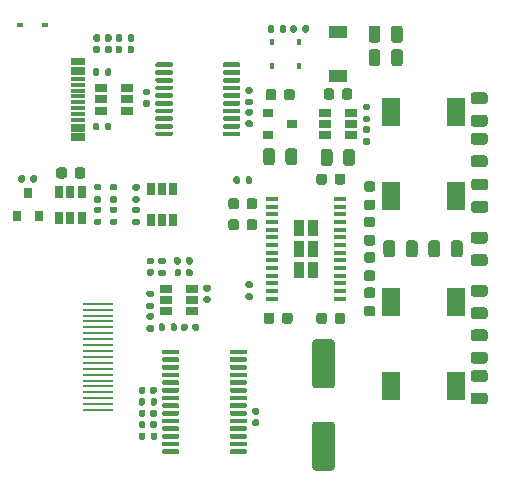
<source format=gbr>
%TF.GenerationSoftware,KiCad,Pcbnew,5.1.9-73d0e3b20d~88~ubuntu20.04.1*%
%TF.CreationDate,2021-04-24T16:50:53+02:00*%
%TF.ProjectId,elmo,656c6d6f-2e6b-4696-9361-645f70636258,v1.00*%
%TF.SameCoordinates,Original*%
%TF.FileFunction,Paste,Top*%
%TF.FilePolarity,Positive*%
%FSLAX46Y46*%
G04 Gerber Fmt 4.6, Leading zero omitted, Abs format (unit mm)*
G04 Created by KiCad (PCBNEW 5.1.9-73d0e3b20d~88~ubuntu20.04.1) date 2021-04-24 16:50:53*
%MOMM*%
%LPD*%
G01*
G04 APERTURE LIST*
%ADD10R,1.600000X1.000000*%
%ADD11R,2.600000X0.280000*%
%ADD12R,1.150000X0.300000*%
%ADD13R,1.060000X0.650000*%
%ADD14R,0.900000X0.800000*%
%ADD15R,0.700000X1.000000*%
%ADD16R,0.800000X0.900000*%
%ADD17R,0.450000X0.600000*%
%ADD18R,0.650000X1.060000*%
%ADD19R,1.100000X0.400000*%
%ADD20R,0.900000X1.400000*%
%ADD21R,1.500000X2.400000*%
%ADD22R,0.600000X0.450000*%
G04 APERTURE END LIST*
D10*
%TO.C,L5*%
X153500000Y-81650000D03*
X153500000Y-85350000D03*
%TD*%
D11*
%TO.C,J1*%
X133220000Y-113650000D03*
X133220000Y-113150000D03*
X133220000Y-112650000D03*
X133220000Y-112150000D03*
X133220000Y-111650000D03*
X133220000Y-111150000D03*
X133220000Y-110650000D03*
X133220000Y-110150000D03*
X133220000Y-109650000D03*
X133220000Y-109150000D03*
X133220000Y-108650000D03*
X133220000Y-108150000D03*
X133220000Y-107650000D03*
X133220000Y-107150000D03*
X133220000Y-106650000D03*
X133220000Y-106150000D03*
X133220000Y-105650000D03*
X133220000Y-105150000D03*
X133220000Y-104650000D03*
%TD*%
D12*
%TO.C,J2*%
X131490000Y-90400000D03*
X131490000Y-89600000D03*
X131490000Y-89100000D03*
X131490000Y-88600000D03*
X131490000Y-88100000D03*
X131490000Y-87600000D03*
X131490000Y-87100000D03*
X131490000Y-86600000D03*
X131490000Y-86100000D03*
X131490000Y-85600000D03*
X131490000Y-84800000D03*
X131490000Y-84000000D03*
X131490000Y-84300000D03*
X131490000Y-85100000D03*
X131490000Y-89900000D03*
X131490000Y-90700000D03*
%TD*%
%TO.C,R9*%
G36*
G01*
X134315000Y-95540000D02*
X134685000Y-95540000D01*
G75*
G02*
X134820000Y-95675000I0J-135000D01*
G01*
X134820000Y-95945000D01*
G75*
G02*
X134685000Y-96080000I-135000J0D01*
G01*
X134315000Y-96080000D01*
G75*
G02*
X134180000Y-95945000I0J135000D01*
G01*
X134180000Y-95675000D01*
G75*
G02*
X134315000Y-95540000I135000J0D01*
G01*
G37*
G36*
G01*
X134315000Y-94520000D02*
X134685000Y-94520000D01*
G75*
G02*
X134820000Y-94655000I0J-135000D01*
G01*
X134820000Y-94925000D01*
G75*
G02*
X134685000Y-95060000I-135000J0D01*
G01*
X134315000Y-95060000D01*
G75*
G02*
X134180000Y-94925000I0J135000D01*
G01*
X134180000Y-94655000D01*
G75*
G02*
X134315000Y-94520000I135000J0D01*
G01*
G37*
%TD*%
D13*
%TO.C,U6*%
X152400000Y-88500000D03*
X152400000Y-89450000D03*
X152400000Y-90400000D03*
X154600000Y-90400000D03*
X154600000Y-88500000D03*
X154600000Y-89450000D03*
%TD*%
%TO.C,C26*%
G36*
G01*
X153175000Y-86650000D02*
X153175000Y-87150000D01*
G75*
G02*
X152950000Y-87375000I-225000J0D01*
G01*
X152500000Y-87375000D01*
G75*
G02*
X152275000Y-87150000I0J225000D01*
G01*
X152275000Y-86650000D01*
G75*
G02*
X152500000Y-86425000I225000J0D01*
G01*
X152950000Y-86425000D01*
G75*
G02*
X153175000Y-86650000I0J-225000D01*
G01*
G37*
G36*
G01*
X154725000Y-86650000D02*
X154725000Y-87150000D01*
G75*
G02*
X154500000Y-87375000I-225000J0D01*
G01*
X154050000Y-87375000D01*
G75*
G02*
X153825000Y-87150000I0J225000D01*
G01*
X153825000Y-86650000D01*
G75*
G02*
X154050000Y-86425000I225000J0D01*
G01*
X154500000Y-86425000D01*
G75*
G02*
X154725000Y-86650000I0J-225000D01*
G01*
G37*
%TD*%
D14*
%TO.C,U4*%
X147600000Y-88500000D03*
X147600000Y-90400000D03*
X149600000Y-89450000D03*
%TD*%
%TO.C,C16*%
G36*
G01*
X149050000Y-92675000D02*
X149050000Y-91725000D01*
G75*
G02*
X149300000Y-91475000I250000J0D01*
G01*
X149800000Y-91475000D01*
G75*
G02*
X150050000Y-91725000I0J-250000D01*
G01*
X150050000Y-92675000D01*
G75*
G02*
X149800000Y-92925000I-250000J0D01*
G01*
X149300000Y-92925000D01*
G75*
G02*
X149050000Y-92675000I0J250000D01*
G01*
G37*
G36*
G01*
X147150000Y-92675000D02*
X147150000Y-91725000D01*
G75*
G02*
X147400000Y-91475000I250000J0D01*
G01*
X147900000Y-91475000D01*
G75*
G02*
X148150000Y-91725000I0J-250000D01*
G01*
X148150000Y-92675000D01*
G75*
G02*
X147900000Y-92925000I-250000J0D01*
G01*
X147400000Y-92925000D01*
G75*
G02*
X147150000Y-92675000I0J250000D01*
G01*
G37*
%TD*%
%TO.C,C28*%
G36*
G01*
X156090000Y-84295000D02*
X156090000Y-83345000D01*
G75*
G02*
X156340000Y-83095000I250000J0D01*
G01*
X156840000Y-83095000D01*
G75*
G02*
X157090000Y-83345000I0J-250000D01*
G01*
X157090000Y-84295000D01*
G75*
G02*
X156840000Y-84545000I-250000J0D01*
G01*
X156340000Y-84545000D01*
G75*
G02*
X156090000Y-84295000I0J250000D01*
G01*
G37*
G36*
G01*
X157990000Y-84295000D02*
X157990000Y-83345000D01*
G75*
G02*
X158240000Y-83095000I250000J0D01*
G01*
X158740000Y-83095000D01*
G75*
G02*
X158990000Y-83345000I0J-250000D01*
G01*
X158990000Y-84295000D01*
G75*
G02*
X158740000Y-84545000I-250000J0D01*
G01*
X158240000Y-84545000D01*
G75*
G02*
X157990000Y-84295000I0J250000D01*
G01*
G37*
%TD*%
%TO.C,R2*%
G36*
G01*
X134310000Y-89465000D02*
X134310000Y-89835000D01*
G75*
G02*
X134175000Y-89970000I-135000J0D01*
G01*
X133905000Y-89970000D01*
G75*
G02*
X133770000Y-89835000I0J135000D01*
G01*
X133770000Y-89465000D01*
G75*
G02*
X133905000Y-89330000I135000J0D01*
G01*
X134175000Y-89330000D01*
G75*
G02*
X134310000Y-89465000I0J-135000D01*
G01*
G37*
G36*
G01*
X133290000Y-89465000D02*
X133290000Y-89835000D01*
G75*
G02*
X133155000Y-89970000I-135000J0D01*
G01*
X132885000Y-89970000D01*
G75*
G02*
X132750000Y-89835000I0J135000D01*
G01*
X132750000Y-89465000D01*
G75*
G02*
X132885000Y-89330000I135000J0D01*
G01*
X133155000Y-89330000D01*
G75*
G02*
X133290000Y-89465000I0J-135000D01*
G01*
G37*
%TD*%
%TO.C,R10*%
G36*
G01*
X126440000Y-94265000D02*
X126440000Y-93895000D01*
G75*
G02*
X126575000Y-93760000I135000J0D01*
G01*
X126845000Y-93760000D01*
G75*
G02*
X126980000Y-93895000I0J-135000D01*
G01*
X126980000Y-94265000D01*
G75*
G02*
X126845000Y-94400000I-135000J0D01*
G01*
X126575000Y-94400000D01*
G75*
G02*
X126440000Y-94265000I0J135000D01*
G01*
G37*
G36*
G01*
X127460000Y-94265000D02*
X127460000Y-93895000D01*
G75*
G02*
X127595000Y-93760000I135000J0D01*
G01*
X127865000Y-93760000D01*
G75*
G02*
X128000000Y-93895000I0J-135000D01*
G01*
X128000000Y-94265000D01*
G75*
G02*
X127865000Y-94400000I-135000J0D01*
G01*
X127595000Y-94400000D01*
G75*
G02*
X127460000Y-94265000I0J135000D01*
G01*
G37*
%TD*%
%TO.C,C1*%
G36*
G01*
X156425000Y-96725000D02*
X155925000Y-96725000D01*
G75*
G02*
X155700000Y-96500000I0J225000D01*
G01*
X155700000Y-96050000D01*
G75*
G02*
X155925000Y-95825000I225000J0D01*
G01*
X156425000Y-95825000D01*
G75*
G02*
X156650000Y-96050000I0J-225000D01*
G01*
X156650000Y-96500000D01*
G75*
G02*
X156425000Y-96725000I-225000J0D01*
G01*
G37*
G36*
G01*
X156425000Y-95175000D02*
X155925000Y-95175000D01*
G75*
G02*
X155700000Y-94950000I0J225000D01*
G01*
X155700000Y-94500000D01*
G75*
G02*
X155925000Y-94275000I225000J0D01*
G01*
X156425000Y-94275000D01*
G75*
G02*
X156650000Y-94500000I0J-225000D01*
G01*
X156650000Y-94950000D01*
G75*
G02*
X156425000Y-95175000I-225000J0D01*
G01*
G37*
%TD*%
%TO.C,C2*%
G36*
G01*
X155925000Y-104825000D02*
X156425000Y-104825000D01*
G75*
G02*
X156650000Y-105050000I0J-225000D01*
G01*
X156650000Y-105500000D01*
G75*
G02*
X156425000Y-105725000I-225000J0D01*
G01*
X155925000Y-105725000D01*
G75*
G02*
X155700000Y-105500000I0J225000D01*
G01*
X155700000Y-105050000D01*
G75*
G02*
X155925000Y-104825000I225000J0D01*
G01*
G37*
G36*
G01*
X155925000Y-103275000D02*
X156425000Y-103275000D01*
G75*
G02*
X156650000Y-103500000I0J-225000D01*
G01*
X156650000Y-103950000D01*
G75*
G02*
X156425000Y-104175000I-225000J0D01*
G01*
X155925000Y-104175000D01*
G75*
G02*
X155700000Y-103950000I0J225000D01*
G01*
X155700000Y-103500000D01*
G75*
G02*
X155925000Y-103275000I225000J0D01*
G01*
G37*
%TD*%
%TO.C,C3*%
G36*
G01*
X156425000Y-98175000D02*
X155925000Y-98175000D01*
G75*
G02*
X155700000Y-97950000I0J225000D01*
G01*
X155700000Y-97500000D01*
G75*
G02*
X155925000Y-97275000I225000J0D01*
G01*
X156425000Y-97275000D01*
G75*
G02*
X156650000Y-97500000I0J-225000D01*
G01*
X156650000Y-97950000D01*
G75*
G02*
X156425000Y-98175000I-225000J0D01*
G01*
G37*
G36*
G01*
X156425000Y-99725000D02*
X155925000Y-99725000D01*
G75*
G02*
X155700000Y-99500000I0J225000D01*
G01*
X155700000Y-99050000D01*
G75*
G02*
X155925000Y-98825000I225000J0D01*
G01*
X156425000Y-98825000D01*
G75*
G02*
X156650000Y-99050000I0J-225000D01*
G01*
X156650000Y-99500000D01*
G75*
G02*
X156425000Y-99725000I-225000J0D01*
G01*
G37*
%TD*%
%TO.C,C4*%
G36*
G01*
X155925000Y-100275000D02*
X156425000Y-100275000D01*
G75*
G02*
X156650000Y-100500000I0J-225000D01*
G01*
X156650000Y-100950000D01*
G75*
G02*
X156425000Y-101175000I-225000J0D01*
G01*
X155925000Y-101175000D01*
G75*
G02*
X155700000Y-100950000I0J225000D01*
G01*
X155700000Y-100500000D01*
G75*
G02*
X155925000Y-100275000I225000J0D01*
G01*
G37*
G36*
G01*
X155925000Y-101825000D02*
X156425000Y-101825000D01*
G75*
G02*
X156650000Y-102050000I0J-225000D01*
G01*
X156650000Y-102500000D01*
G75*
G02*
X156425000Y-102725000I-225000J0D01*
G01*
X155925000Y-102725000D01*
G75*
G02*
X155700000Y-102500000I0J225000D01*
G01*
X155700000Y-102050000D01*
G75*
G02*
X155925000Y-101825000I225000J0D01*
G01*
G37*
%TD*%
%TO.C,C5*%
G36*
G01*
X164975000Y-86750000D02*
X165925000Y-86750000D01*
G75*
G02*
X166175000Y-87000000I0J-250000D01*
G01*
X166175000Y-87500000D01*
G75*
G02*
X165925000Y-87750000I-250000J0D01*
G01*
X164975000Y-87750000D01*
G75*
G02*
X164725000Y-87500000I0J250000D01*
G01*
X164725000Y-87000000D01*
G75*
G02*
X164975000Y-86750000I250000J0D01*
G01*
G37*
G36*
G01*
X164975000Y-88650000D02*
X165925000Y-88650000D01*
G75*
G02*
X166175000Y-88900000I0J-250000D01*
G01*
X166175000Y-89400000D01*
G75*
G02*
X165925000Y-89650000I-250000J0D01*
G01*
X164975000Y-89650000D01*
G75*
G02*
X164725000Y-89400000I0J250000D01*
G01*
X164725000Y-88900000D01*
G75*
G02*
X164975000Y-88650000I250000J0D01*
G01*
G37*
%TD*%
%TO.C,C6*%
G36*
G01*
X165925000Y-91190000D02*
X164975000Y-91190000D01*
G75*
G02*
X164725000Y-90940000I0J250000D01*
G01*
X164725000Y-90440000D01*
G75*
G02*
X164975000Y-90190000I250000J0D01*
G01*
X165925000Y-90190000D01*
G75*
G02*
X166175000Y-90440000I0J-250000D01*
G01*
X166175000Y-90940000D01*
G75*
G02*
X165925000Y-91190000I-250000J0D01*
G01*
G37*
G36*
G01*
X165925000Y-93090000D02*
X164975000Y-93090000D01*
G75*
G02*
X164725000Y-92840000I0J250000D01*
G01*
X164725000Y-92340000D01*
G75*
G02*
X164975000Y-92090000I250000J0D01*
G01*
X165925000Y-92090000D01*
G75*
G02*
X166175000Y-92340000I0J-250000D01*
G01*
X166175000Y-92840000D01*
G75*
G02*
X165925000Y-93090000I-250000J0D01*
G01*
G37*
%TD*%
%TO.C,C7*%
G36*
G01*
X165925000Y-107830000D02*
X164975000Y-107830000D01*
G75*
G02*
X164725000Y-107580000I0J250000D01*
G01*
X164725000Y-107080000D01*
G75*
G02*
X164975000Y-106830000I250000J0D01*
G01*
X165925000Y-106830000D01*
G75*
G02*
X166175000Y-107080000I0J-250000D01*
G01*
X166175000Y-107580000D01*
G75*
G02*
X165925000Y-107830000I-250000J0D01*
G01*
G37*
G36*
G01*
X165925000Y-109730000D02*
X164975000Y-109730000D01*
G75*
G02*
X164725000Y-109480000I0J250000D01*
G01*
X164725000Y-108980000D01*
G75*
G02*
X164975000Y-108730000I250000J0D01*
G01*
X165925000Y-108730000D01*
G75*
G02*
X166175000Y-108980000I0J-250000D01*
G01*
X166175000Y-109480000D01*
G75*
G02*
X165925000Y-109730000I-250000J0D01*
G01*
G37*
%TD*%
%TO.C,C8*%
G36*
G01*
X164975000Y-110270000D02*
X165925000Y-110270000D01*
G75*
G02*
X166175000Y-110520000I0J-250000D01*
G01*
X166175000Y-111020000D01*
G75*
G02*
X165925000Y-111270000I-250000J0D01*
G01*
X164975000Y-111270000D01*
G75*
G02*
X164725000Y-111020000I0J250000D01*
G01*
X164725000Y-110520000D01*
G75*
G02*
X164975000Y-110270000I250000J0D01*
G01*
G37*
G36*
G01*
X164975000Y-112170000D02*
X165925000Y-112170000D01*
G75*
G02*
X166175000Y-112420000I0J-250000D01*
G01*
X166175000Y-112920000D01*
G75*
G02*
X165925000Y-113170000I-250000J0D01*
G01*
X164975000Y-113170000D01*
G75*
G02*
X164725000Y-112920000I0J250000D01*
G01*
X164725000Y-112420000D01*
G75*
G02*
X164975000Y-112170000I250000J0D01*
G01*
G37*
%TD*%
%TO.C,U2*%
G36*
G01*
X145790000Y-117075000D02*
X145790000Y-117275000D01*
G75*
G02*
X145690000Y-117375000I-100000J0D01*
G01*
X144415000Y-117375000D01*
G75*
G02*
X144315000Y-117275000I0J100000D01*
G01*
X144315000Y-117075000D01*
G75*
G02*
X144415000Y-116975000I100000J0D01*
G01*
X145690000Y-116975000D01*
G75*
G02*
X145790000Y-117075000I0J-100000D01*
G01*
G37*
G36*
G01*
X145790000Y-116425000D02*
X145790000Y-116625000D01*
G75*
G02*
X145690000Y-116725000I-100000J0D01*
G01*
X144415000Y-116725000D01*
G75*
G02*
X144315000Y-116625000I0J100000D01*
G01*
X144315000Y-116425000D01*
G75*
G02*
X144415000Y-116325000I100000J0D01*
G01*
X145690000Y-116325000D01*
G75*
G02*
X145790000Y-116425000I0J-100000D01*
G01*
G37*
G36*
G01*
X145790000Y-115775000D02*
X145790000Y-115975000D01*
G75*
G02*
X145690000Y-116075000I-100000J0D01*
G01*
X144415000Y-116075000D01*
G75*
G02*
X144315000Y-115975000I0J100000D01*
G01*
X144315000Y-115775000D01*
G75*
G02*
X144415000Y-115675000I100000J0D01*
G01*
X145690000Y-115675000D01*
G75*
G02*
X145790000Y-115775000I0J-100000D01*
G01*
G37*
G36*
G01*
X145790000Y-115125000D02*
X145790000Y-115325000D01*
G75*
G02*
X145690000Y-115425000I-100000J0D01*
G01*
X144415000Y-115425000D01*
G75*
G02*
X144315000Y-115325000I0J100000D01*
G01*
X144315000Y-115125000D01*
G75*
G02*
X144415000Y-115025000I100000J0D01*
G01*
X145690000Y-115025000D01*
G75*
G02*
X145790000Y-115125000I0J-100000D01*
G01*
G37*
G36*
G01*
X145790000Y-114475000D02*
X145790000Y-114675000D01*
G75*
G02*
X145690000Y-114775000I-100000J0D01*
G01*
X144415000Y-114775000D01*
G75*
G02*
X144315000Y-114675000I0J100000D01*
G01*
X144315000Y-114475000D01*
G75*
G02*
X144415000Y-114375000I100000J0D01*
G01*
X145690000Y-114375000D01*
G75*
G02*
X145790000Y-114475000I0J-100000D01*
G01*
G37*
G36*
G01*
X145790000Y-113825000D02*
X145790000Y-114025000D01*
G75*
G02*
X145690000Y-114125000I-100000J0D01*
G01*
X144415000Y-114125000D01*
G75*
G02*
X144315000Y-114025000I0J100000D01*
G01*
X144315000Y-113825000D01*
G75*
G02*
X144415000Y-113725000I100000J0D01*
G01*
X145690000Y-113725000D01*
G75*
G02*
X145790000Y-113825000I0J-100000D01*
G01*
G37*
G36*
G01*
X145790000Y-113175000D02*
X145790000Y-113375000D01*
G75*
G02*
X145690000Y-113475000I-100000J0D01*
G01*
X144415000Y-113475000D01*
G75*
G02*
X144315000Y-113375000I0J100000D01*
G01*
X144315000Y-113175000D01*
G75*
G02*
X144415000Y-113075000I100000J0D01*
G01*
X145690000Y-113075000D01*
G75*
G02*
X145790000Y-113175000I0J-100000D01*
G01*
G37*
G36*
G01*
X145790000Y-112525000D02*
X145790000Y-112725000D01*
G75*
G02*
X145690000Y-112825000I-100000J0D01*
G01*
X144415000Y-112825000D01*
G75*
G02*
X144315000Y-112725000I0J100000D01*
G01*
X144315000Y-112525000D01*
G75*
G02*
X144415000Y-112425000I100000J0D01*
G01*
X145690000Y-112425000D01*
G75*
G02*
X145790000Y-112525000I0J-100000D01*
G01*
G37*
G36*
G01*
X145790000Y-111875000D02*
X145790000Y-112075000D01*
G75*
G02*
X145690000Y-112175000I-100000J0D01*
G01*
X144415000Y-112175000D01*
G75*
G02*
X144315000Y-112075000I0J100000D01*
G01*
X144315000Y-111875000D01*
G75*
G02*
X144415000Y-111775000I100000J0D01*
G01*
X145690000Y-111775000D01*
G75*
G02*
X145790000Y-111875000I0J-100000D01*
G01*
G37*
G36*
G01*
X145790000Y-111225000D02*
X145790000Y-111425000D01*
G75*
G02*
X145690000Y-111525000I-100000J0D01*
G01*
X144415000Y-111525000D01*
G75*
G02*
X144315000Y-111425000I0J100000D01*
G01*
X144315000Y-111225000D01*
G75*
G02*
X144415000Y-111125000I100000J0D01*
G01*
X145690000Y-111125000D01*
G75*
G02*
X145790000Y-111225000I0J-100000D01*
G01*
G37*
G36*
G01*
X145790000Y-110575000D02*
X145790000Y-110775000D01*
G75*
G02*
X145690000Y-110875000I-100000J0D01*
G01*
X144415000Y-110875000D01*
G75*
G02*
X144315000Y-110775000I0J100000D01*
G01*
X144315000Y-110575000D01*
G75*
G02*
X144415000Y-110475000I100000J0D01*
G01*
X145690000Y-110475000D01*
G75*
G02*
X145790000Y-110575000I0J-100000D01*
G01*
G37*
G36*
G01*
X145790000Y-109925000D02*
X145790000Y-110125000D01*
G75*
G02*
X145690000Y-110225000I-100000J0D01*
G01*
X144415000Y-110225000D01*
G75*
G02*
X144315000Y-110125000I0J100000D01*
G01*
X144315000Y-109925000D01*
G75*
G02*
X144415000Y-109825000I100000J0D01*
G01*
X145690000Y-109825000D01*
G75*
G02*
X145790000Y-109925000I0J-100000D01*
G01*
G37*
G36*
G01*
X145790000Y-109275000D02*
X145790000Y-109475000D01*
G75*
G02*
X145690000Y-109575000I-100000J0D01*
G01*
X144415000Y-109575000D01*
G75*
G02*
X144315000Y-109475000I0J100000D01*
G01*
X144315000Y-109275000D01*
G75*
G02*
X144415000Y-109175000I100000J0D01*
G01*
X145690000Y-109175000D01*
G75*
G02*
X145790000Y-109275000I0J-100000D01*
G01*
G37*
G36*
G01*
X145790000Y-108625000D02*
X145790000Y-108825000D01*
G75*
G02*
X145690000Y-108925000I-100000J0D01*
G01*
X144415000Y-108925000D01*
G75*
G02*
X144315000Y-108825000I0J100000D01*
G01*
X144315000Y-108625000D01*
G75*
G02*
X144415000Y-108525000I100000J0D01*
G01*
X145690000Y-108525000D01*
G75*
G02*
X145790000Y-108625000I0J-100000D01*
G01*
G37*
G36*
G01*
X140065000Y-108625000D02*
X140065000Y-108825000D01*
G75*
G02*
X139965000Y-108925000I-100000J0D01*
G01*
X138690000Y-108925000D01*
G75*
G02*
X138590000Y-108825000I0J100000D01*
G01*
X138590000Y-108625000D01*
G75*
G02*
X138690000Y-108525000I100000J0D01*
G01*
X139965000Y-108525000D01*
G75*
G02*
X140065000Y-108625000I0J-100000D01*
G01*
G37*
G36*
G01*
X140065000Y-109275000D02*
X140065000Y-109475000D01*
G75*
G02*
X139965000Y-109575000I-100000J0D01*
G01*
X138690000Y-109575000D01*
G75*
G02*
X138590000Y-109475000I0J100000D01*
G01*
X138590000Y-109275000D01*
G75*
G02*
X138690000Y-109175000I100000J0D01*
G01*
X139965000Y-109175000D01*
G75*
G02*
X140065000Y-109275000I0J-100000D01*
G01*
G37*
G36*
G01*
X140065000Y-109925000D02*
X140065000Y-110125000D01*
G75*
G02*
X139965000Y-110225000I-100000J0D01*
G01*
X138690000Y-110225000D01*
G75*
G02*
X138590000Y-110125000I0J100000D01*
G01*
X138590000Y-109925000D01*
G75*
G02*
X138690000Y-109825000I100000J0D01*
G01*
X139965000Y-109825000D01*
G75*
G02*
X140065000Y-109925000I0J-100000D01*
G01*
G37*
G36*
G01*
X140065000Y-110575000D02*
X140065000Y-110775000D01*
G75*
G02*
X139965000Y-110875000I-100000J0D01*
G01*
X138690000Y-110875000D01*
G75*
G02*
X138590000Y-110775000I0J100000D01*
G01*
X138590000Y-110575000D01*
G75*
G02*
X138690000Y-110475000I100000J0D01*
G01*
X139965000Y-110475000D01*
G75*
G02*
X140065000Y-110575000I0J-100000D01*
G01*
G37*
G36*
G01*
X140065000Y-111225000D02*
X140065000Y-111425000D01*
G75*
G02*
X139965000Y-111525000I-100000J0D01*
G01*
X138690000Y-111525000D01*
G75*
G02*
X138590000Y-111425000I0J100000D01*
G01*
X138590000Y-111225000D01*
G75*
G02*
X138690000Y-111125000I100000J0D01*
G01*
X139965000Y-111125000D01*
G75*
G02*
X140065000Y-111225000I0J-100000D01*
G01*
G37*
G36*
G01*
X140065000Y-111875000D02*
X140065000Y-112075000D01*
G75*
G02*
X139965000Y-112175000I-100000J0D01*
G01*
X138690000Y-112175000D01*
G75*
G02*
X138590000Y-112075000I0J100000D01*
G01*
X138590000Y-111875000D01*
G75*
G02*
X138690000Y-111775000I100000J0D01*
G01*
X139965000Y-111775000D01*
G75*
G02*
X140065000Y-111875000I0J-100000D01*
G01*
G37*
G36*
G01*
X140065000Y-112525000D02*
X140065000Y-112725000D01*
G75*
G02*
X139965000Y-112825000I-100000J0D01*
G01*
X138690000Y-112825000D01*
G75*
G02*
X138590000Y-112725000I0J100000D01*
G01*
X138590000Y-112525000D01*
G75*
G02*
X138690000Y-112425000I100000J0D01*
G01*
X139965000Y-112425000D01*
G75*
G02*
X140065000Y-112525000I0J-100000D01*
G01*
G37*
G36*
G01*
X140065000Y-113175000D02*
X140065000Y-113375000D01*
G75*
G02*
X139965000Y-113475000I-100000J0D01*
G01*
X138690000Y-113475000D01*
G75*
G02*
X138590000Y-113375000I0J100000D01*
G01*
X138590000Y-113175000D01*
G75*
G02*
X138690000Y-113075000I100000J0D01*
G01*
X139965000Y-113075000D01*
G75*
G02*
X140065000Y-113175000I0J-100000D01*
G01*
G37*
G36*
G01*
X140065000Y-113825000D02*
X140065000Y-114025000D01*
G75*
G02*
X139965000Y-114125000I-100000J0D01*
G01*
X138690000Y-114125000D01*
G75*
G02*
X138590000Y-114025000I0J100000D01*
G01*
X138590000Y-113825000D01*
G75*
G02*
X138690000Y-113725000I100000J0D01*
G01*
X139965000Y-113725000D01*
G75*
G02*
X140065000Y-113825000I0J-100000D01*
G01*
G37*
G36*
G01*
X140065000Y-114475000D02*
X140065000Y-114675000D01*
G75*
G02*
X139965000Y-114775000I-100000J0D01*
G01*
X138690000Y-114775000D01*
G75*
G02*
X138590000Y-114675000I0J100000D01*
G01*
X138590000Y-114475000D01*
G75*
G02*
X138690000Y-114375000I100000J0D01*
G01*
X139965000Y-114375000D01*
G75*
G02*
X140065000Y-114475000I0J-100000D01*
G01*
G37*
G36*
G01*
X140065000Y-115125000D02*
X140065000Y-115325000D01*
G75*
G02*
X139965000Y-115425000I-100000J0D01*
G01*
X138690000Y-115425000D01*
G75*
G02*
X138590000Y-115325000I0J100000D01*
G01*
X138590000Y-115125000D01*
G75*
G02*
X138690000Y-115025000I100000J0D01*
G01*
X139965000Y-115025000D01*
G75*
G02*
X140065000Y-115125000I0J-100000D01*
G01*
G37*
G36*
G01*
X140065000Y-115775000D02*
X140065000Y-115975000D01*
G75*
G02*
X139965000Y-116075000I-100000J0D01*
G01*
X138690000Y-116075000D01*
G75*
G02*
X138590000Y-115975000I0J100000D01*
G01*
X138590000Y-115775000D01*
G75*
G02*
X138690000Y-115675000I100000J0D01*
G01*
X139965000Y-115675000D01*
G75*
G02*
X140065000Y-115775000I0J-100000D01*
G01*
G37*
G36*
G01*
X140065000Y-116425000D02*
X140065000Y-116625000D01*
G75*
G02*
X139965000Y-116725000I-100000J0D01*
G01*
X138690000Y-116725000D01*
G75*
G02*
X138590000Y-116625000I0J100000D01*
G01*
X138590000Y-116425000D01*
G75*
G02*
X138690000Y-116325000I100000J0D01*
G01*
X139965000Y-116325000D01*
G75*
G02*
X140065000Y-116425000I0J-100000D01*
G01*
G37*
G36*
G01*
X140065000Y-117075000D02*
X140065000Y-117275000D01*
G75*
G02*
X139965000Y-117375000I-100000J0D01*
G01*
X138690000Y-117375000D01*
G75*
G02*
X138590000Y-117275000I0J100000D01*
G01*
X138590000Y-117075000D01*
G75*
G02*
X138690000Y-116975000I100000J0D01*
G01*
X139965000Y-116975000D01*
G75*
G02*
X140065000Y-117075000I0J-100000D01*
G01*
G37*
%TD*%
%TO.C,U3*%
G36*
G01*
X145240000Y-90175000D02*
X145240000Y-90375000D01*
G75*
G02*
X145140000Y-90475000I-100000J0D01*
G01*
X143865000Y-90475000D01*
G75*
G02*
X143765000Y-90375000I0J100000D01*
G01*
X143765000Y-90175000D01*
G75*
G02*
X143865000Y-90075000I100000J0D01*
G01*
X145140000Y-90075000D01*
G75*
G02*
X145240000Y-90175000I0J-100000D01*
G01*
G37*
G36*
G01*
X145240000Y-89525000D02*
X145240000Y-89725000D01*
G75*
G02*
X145140000Y-89825000I-100000J0D01*
G01*
X143865000Y-89825000D01*
G75*
G02*
X143765000Y-89725000I0J100000D01*
G01*
X143765000Y-89525000D01*
G75*
G02*
X143865000Y-89425000I100000J0D01*
G01*
X145140000Y-89425000D01*
G75*
G02*
X145240000Y-89525000I0J-100000D01*
G01*
G37*
G36*
G01*
X145240000Y-88875000D02*
X145240000Y-89075000D01*
G75*
G02*
X145140000Y-89175000I-100000J0D01*
G01*
X143865000Y-89175000D01*
G75*
G02*
X143765000Y-89075000I0J100000D01*
G01*
X143765000Y-88875000D01*
G75*
G02*
X143865000Y-88775000I100000J0D01*
G01*
X145140000Y-88775000D01*
G75*
G02*
X145240000Y-88875000I0J-100000D01*
G01*
G37*
G36*
G01*
X145240000Y-88225000D02*
X145240000Y-88425000D01*
G75*
G02*
X145140000Y-88525000I-100000J0D01*
G01*
X143865000Y-88525000D01*
G75*
G02*
X143765000Y-88425000I0J100000D01*
G01*
X143765000Y-88225000D01*
G75*
G02*
X143865000Y-88125000I100000J0D01*
G01*
X145140000Y-88125000D01*
G75*
G02*
X145240000Y-88225000I0J-100000D01*
G01*
G37*
G36*
G01*
X145240000Y-87575000D02*
X145240000Y-87775000D01*
G75*
G02*
X145140000Y-87875000I-100000J0D01*
G01*
X143865000Y-87875000D01*
G75*
G02*
X143765000Y-87775000I0J100000D01*
G01*
X143765000Y-87575000D01*
G75*
G02*
X143865000Y-87475000I100000J0D01*
G01*
X145140000Y-87475000D01*
G75*
G02*
X145240000Y-87575000I0J-100000D01*
G01*
G37*
G36*
G01*
X145240000Y-86925000D02*
X145240000Y-87125000D01*
G75*
G02*
X145140000Y-87225000I-100000J0D01*
G01*
X143865000Y-87225000D01*
G75*
G02*
X143765000Y-87125000I0J100000D01*
G01*
X143765000Y-86925000D01*
G75*
G02*
X143865000Y-86825000I100000J0D01*
G01*
X145140000Y-86825000D01*
G75*
G02*
X145240000Y-86925000I0J-100000D01*
G01*
G37*
G36*
G01*
X145240000Y-86275000D02*
X145240000Y-86475000D01*
G75*
G02*
X145140000Y-86575000I-100000J0D01*
G01*
X143865000Y-86575000D01*
G75*
G02*
X143765000Y-86475000I0J100000D01*
G01*
X143765000Y-86275000D01*
G75*
G02*
X143865000Y-86175000I100000J0D01*
G01*
X145140000Y-86175000D01*
G75*
G02*
X145240000Y-86275000I0J-100000D01*
G01*
G37*
G36*
G01*
X145240000Y-85625000D02*
X145240000Y-85825000D01*
G75*
G02*
X145140000Y-85925000I-100000J0D01*
G01*
X143865000Y-85925000D01*
G75*
G02*
X143765000Y-85825000I0J100000D01*
G01*
X143765000Y-85625000D01*
G75*
G02*
X143865000Y-85525000I100000J0D01*
G01*
X145140000Y-85525000D01*
G75*
G02*
X145240000Y-85625000I0J-100000D01*
G01*
G37*
G36*
G01*
X145240000Y-84975000D02*
X145240000Y-85175000D01*
G75*
G02*
X145140000Y-85275000I-100000J0D01*
G01*
X143865000Y-85275000D01*
G75*
G02*
X143765000Y-85175000I0J100000D01*
G01*
X143765000Y-84975000D01*
G75*
G02*
X143865000Y-84875000I100000J0D01*
G01*
X145140000Y-84875000D01*
G75*
G02*
X145240000Y-84975000I0J-100000D01*
G01*
G37*
G36*
G01*
X145240000Y-84325000D02*
X145240000Y-84525000D01*
G75*
G02*
X145140000Y-84625000I-100000J0D01*
G01*
X143865000Y-84625000D01*
G75*
G02*
X143765000Y-84525000I0J100000D01*
G01*
X143765000Y-84325000D01*
G75*
G02*
X143865000Y-84225000I100000J0D01*
G01*
X145140000Y-84225000D01*
G75*
G02*
X145240000Y-84325000I0J-100000D01*
G01*
G37*
G36*
G01*
X139515000Y-84325000D02*
X139515000Y-84525000D01*
G75*
G02*
X139415000Y-84625000I-100000J0D01*
G01*
X138140000Y-84625000D01*
G75*
G02*
X138040000Y-84525000I0J100000D01*
G01*
X138040000Y-84325000D01*
G75*
G02*
X138140000Y-84225000I100000J0D01*
G01*
X139415000Y-84225000D01*
G75*
G02*
X139515000Y-84325000I0J-100000D01*
G01*
G37*
G36*
G01*
X139515000Y-84975000D02*
X139515000Y-85175000D01*
G75*
G02*
X139415000Y-85275000I-100000J0D01*
G01*
X138140000Y-85275000D01*
G75*
G02*
X138040000Y-85175000I0J100000D01*
G01*
X138040000Y-84975000D01*
G75*
G02*
X138140000Y-84875000I100000J0D01*
G01*
X139415000Y-84875000D01*
G75*
G02*
X139515000Y-84975000I0J-100000D01*
G01*
G37*
G36*
G01*
X139515000Y-85625000D02*
X139515000Y-85825000D01*
G75*
G02*
X139415000Y-85925000I-100000J0D01*
G01*
X138140000Y-85925000D01*
G75*
G02*
X138040000Y-85825000I0J100000D01*
G01*
X138040000Y-85625000D01*
G75*
G02*
X138140000Y-85525000I100000J0D01*
G01*
X139415000Y-85525000D01*
G75*
G02*
X139515000Y-85625000I0J-100000D01*
G01*
G37*
G36*
G01*
X139515000Y-86275000D02*
X139515000Y-86475000D01*
G75*
G02*
X139415000Y-86575000I-100000J0D01*
G01*
X138140000Y-86575000D01*
G75*
G02*
X138040000Y-86475000I0J100000D01*
G01*
X138040000Y-86275000D01*
G75*
G02*
X138140000Y-86175000I100000J0D01*
G01*
X139415000Y-86175000D01*
G75*
G02*
X139515000Y-86275000I0J-100000D01*
G01*
G37*
G36*
G01*
X139515000Y-86925000D02*
X139515000Y-87125000D01*
G75*
G02*
X139415000Y-87225000I-100000J0D01*
G01*
X138140000Y-87225000D01*
G75*
G02*
X138040000Y-87125000I0J100000D01*
G01*
X138040000Y-86925000D01*
G75*
G02*
X138140000Y-86825000I100000J0D01*
G01*
X139415000Y-86825000D01*
G75*
G02*
X139515000Y-86925000I0J-100000D01*
G01*
G37*
G36*
G01*
X139515000Y-87575000D02*
X139515000Y-87775000D01*
G75*
G02*
X139415000Y-87875000I-100000J0D01*
G01*
X138140000Y-87875000D01*
G75*
G02*
X138040000Y-87775000I0J100000D01*
G01*
X138040000Y-87575000D01*
G75*
G02*
X138140000Y-87475000I100000J0D01*
G01*
X139415000Y-87475000D01*
G75*
G02*
X139515000Y-87575000I0J-100000D01*
G01*
G37*
G36*
G01*
X139515000Y-88225000D02*
X139515000Y-88425000D01*
G75*
G02*
X139415000Y-88525000I-100000J0D01*
G01*
X138140000Y-88525000D01*
G75*
G02*
X138040000Y-88425000I0J100000D01*
G01*
X138040000Y-88225000D01*
G75*
G02*
X138140000Y-88125000I100000J0D01*
G01*
X139415000Y-88125000D01*
G75*
G02*
X139515000Y-88225000I0J-100000D01*
G01*
G37*
G36*
G01*
X139515000Y-88875000D02*
X139515000Y-89075000D01*
G75*
G02*
X139415000Y-89175000I-100000J0D01*
G01*
X138140000Y-89175000D01*
G75*
G02*
X138040000Y-89075000I0J100000D01*
G01*
X138040000Y-88875000D01*
G75*
G02*
X138140000Y-88775000I100000J0D01*
G01*
X139415000Y-88775000D01*
G75*
G02*
X139515000Y-88875000I0J-100000D01*
G01*
G37*
G36*
G01*
X139515000Y-89525000D02*
X139515000Y-89725000D01*
G75*
G02*
X139415000Y-89825000I-100000J0D01*
G01*
X138140000Y-89825000D01*
G75*
G02*
X138040000Y-89725000I0J100000D01*
G01*
X138040000Y-89525000D01*
G75*
G02*
X138140000Y-89425000I100000J0D01*
G01*
X139415000Y-89425000D01*
G75*
G02*
X139515000Y-89525000I0J-100000D01*
G01*
G37*
G36*
G01*
X139515000Y-90175000D02*
X139515000Y-90375000D01*
G75*
G02*
X139415000Y-90475000I-100000J0D01*
G01*
X138140000Y-90475000D01*
G75*
G02*
X138040000Y-90375000I0J100000D01*
G01*
X138040000Y-90175000D01*
G75*
G02*
X138140000Y-90075000I100000J0D01*
G01*
X139415000Y-90075000D01*
G75*
G02*
X139515000Y-90175000I0J-100000D01*
G01*
G37*
%TD*%
%TO.C,C9*%
G36*
G01*
X154112500Y-93855000D02*
X154112500Y-94355000D01*
G75*
G02*
X153887500Y-94580000I-225000J0D01*
G01*
X153437500Y-94580000D01*
G75*
G02*
X153212500Y-94355000I0J225000D01*
G01*
X153212500Y-93855000D01*
G75*
G02*
X153437500Y-93630000I225000J0D01*
G01*
X153887500Y-93630000D01*
G75*
G02*
X154112500Y-93855000I0J-225000D01*
G01*
G37*
G36*
G01*
X152562500Y-93855000D02*
X152562500Y-94355000D01*
G75*
G02*
X152337500Y-94580000I-225000J0D01*
G01*
X151887500Y-94580000D01*
G75*
G02*
X151662500Y-94355000I0J225000D01*
G01*
X151662500Y-93855000D01*
G75*
G02*
X151887500Y-93630000I225000J0D01*
G01*
X152337500Y-93630000D01*
G75*
G02*
X152562500Y-93855000I0J-225000D01*
G01*
G37*
%TD*%
%TO.C,C10*%
G36*
G01*
X152562500Y-105645000D02*
X152562500Y-106145000D01*
G75*
G02*
X152337500Y-106370000I-225000J0D01*
G01*
X151887500Y-106370000D01*
G75*
G02*
X151662500Y-106145000I0J225000D01*
G01*
X151662500Y-105645000D01*
G75*
G02*
X151887500Y-105420000I225000J0D01*
G01*
X152337500Y-105420000D01*
G75*
G02*
X152562500Y-105645000I0J-225000D01*
G01*
G37*
G36*
G01*
X154112500Y-105645000D02*
X154112500Y-106145000D01*
G75*
G02*
X153887500Y-106370000I-225000J0D01*
G01*
X153437500Y-106370000D01*
G75*
G02*
X153212500Y-106145000I0J225000D01*
G01*
X153212500Y-105645000D01*
G75*
G02*
X153437500Y-105420000I225000J0D01*
G01*
X153887500Y-105420000D01*
G75*
G02*
X154112500Y-105645000I0J-225000D01*
G01*
G37*
%TD*%
%TO.C,C11*%
G36*
G01*
X164050000Y-99525000D02*
X164050000Y-100475000D01*
G75*
G02*
X163800000Y-100725000I-250000J0D01*
G01*
X163300000Y-100725000D01*
G75*
G02*
X163050000Y-100475000I0J250000D01*
G01*
X163050000Y-99525000D01*
G75*
G02*
X163300000Y-99275000I250000J0D01*
G01*
X163800000Y-99275000D01*
G75*
G02*
X164050000Y-99525000I0J-250000D01*
G01*
G37*
G36*
G01*
X162150000Y-99525000D02*
X162150000Y-100475000D01*
G75*
G02*
X161900000Y-100725000I-250000J0D01*
G01*
X161400000Y-100725000D01*
G75*
G02*
X161150000Y-100475000I0J250000D01*
G01*
X161150000Y-99525000D01*
G75*
G02*
X161400000Y-99275000I250000J0D01*
G01*
X161900000Y-99275000D01*
G75*
G02*
X162150000Y-99525000I0J-250000D01*
G01*
G37*
%TD*%
%TO.C,C12*%
G36*
G01*
X158350000Y-99525000D02*
X158350000Y-100475000D01*
G75*
G02*
X158100000Y-100725000I-250000J0D01*
G01*
X157600000Y-100725000D01*
G75*
G02*
X157350000Y-100475000I0J250000D01*
G01*
X157350000Y-99525000D01*
G75*
G02*
X157600000Y-99275000I250000J0D01*
G01*
X158100000Y-99275000D01*
G75*
G02*
X158350000Y-99525000I0J-250000D01*
G01*
G37*
G36*
G01*
X160250000Y-99525000D02*
X160250000Y-100475000D01*
G75*
G02*
X160000000Y-100725000I-250000J0D01*
G01*
X159500000Y-100725000D01*
G75*
G02*
X159250000Y-100475000I0J250000D01*
G01*
X159250000Y-99525000D01*
G75*
G02*
X159500000Y-99275000I250000J0D01*
G01*
X160000000Y-99275000D01*
G75*
G02*
X160250000Y-99525000I0J-250000D01*
G01*
G37*
%TD*%
D15*
%TO.C,Q2*%
X138620000Y-97550000D03*
X139570000Y-97550000D03*
X137670000Y-97550000D03*
X137670000Y-94950000D03*
X138620000Y-94950000D03*
X139570000Y-94950000D03*
%TD*%
D13*
%TO.C,U5*%
X138900000Y-103370000D03*
X138900000Y-104320000D03*
X138900000Y-105270000D03*
X141100000Y-105270000D03*
X141100000Y-103370000D03*
X141100000Y-104320000D03*
%TD*%
D16*
%TO.C,Q1*%
X126300000Y-97260000D03*
X128200000Y-97260000D03*
X127250000Y-95260000D03*
%TD*%
%TO.C,C17*%
G36*
G01*
X137430000Y-101720000D02*
X137770000Y-101720000D01*
G75*
G02*
X137910000Y-101860000I0J-140000D01*
G01*
X137910000Y-102140000D01*
G75*
G02*
X137770000Y-102280000I-140000J0D01*
G01*
X137430000Y-102280000D01*
G75*
G02*
X137290000Y-102140000I0J140000D01*
G01*
X137290000Y-101860000D01*
G75*
G02*
X137430000Y-101720000I140000J0D01*
G01*
G37*
G36*
G01*
X137430000Y-100760000D02*
X137770000Y-100760000D01*
G75*
G02*
X137910000Y-100900000I0J-140000D01*
G01*
X137910000Y-101180000D01*
G75*
G02*
X137770000Y-101320000I-140000J0D01*
G01*
X137430000Y-101320000D01*
G75*
G02*
X137290000Y-101180000I0J140000D01*
G01*
X137290000Y-100900000D01*
G75*
G02*
X137430000Y-100760000I140000J0D01*
G01*
G37*
%TD*%
%TO.C,C18*%
G36*
G01*
X141180000Y-101850000D02*
X141180000Y-102190000D01*
G75*
G02*
X141040000Y-102330000I-140000J0D01*
G01*
X140760000Y-102330000D01*
G75*
G02*
X140620000Y-102190000I0J140000D01*
G01*
X140620000Y-101850000D01*
G75*
G02*
X140760000Y-101710000I140000J0D01*
G01*
X141040000Y-101710000D01*
G75*
G02*
X141180000Y-101850000I0J-140000D01*
G01*
G37*
G36*
G01*
X140220000Y-101850000D02*
X140220000Y-102190000D01*
G75*
G02*
X140080000Y-102330000I-140000J0D01*
G01*
X139800000Y-102330000D01*
G75*
G02*
X139660000Y-102190000I0J140000D01*
G01*
X139660000Y-101850000D01*
G75*
G02*
X139800000Y-101710000I140000J0D01*
G01*
X140080000Y-101710000D01*
G75*
G02*
X140220000Y-101850000I0J-140000D01*
G01*
G37*
%TD*%
%TO.C,R1*%
G36*
G01*
X133290000Y-84865000D02*
X133290000Y-85235000D01*
G75*
G02*
X133155000Y-85370000I-135000J0D01*
G01*
X132885000Y-85370000D01*
G75*
G02*
X132750000Y-85235000I0J135000D01*
G01*
X132750000Y-84865000D01*
G75*
G02*
X132885000Y-84730000I135000J0D01*
G01*
X133155000Y-84730000D01*
G75*
G02*
X133290000Y-84865000I0J-135000D01*
G01*
G37*
G36*
G01*
X134310000Y-84865000D02*
X134310000Y-85235000D01*
G75*
G02*
X134175000Y-85370000I-135000J0D01*
G01*
X133905000Y-85370000D01*
G75*
G02*
X133770000Y-85235000I0J135000D01*
G01*
X133770000Y-84865000D01*
G75*
G02*
X133905000Y-84730000I135000J0D01*
G01*
X134175000Y-84730000D01*
G75*
G02*
X134310000Y-84865000I0J-135000D01*
G01*
G37*
%TD*%
%TO.C,R3*%
G36*
G01*
X137415000Y-104560000D02*
X137785000Y-104560000D01*
G75*
G02*
X137920000Y-104695000I0J-135000D01*
G01*
X137920000Y-104965000D01*
G75*
G02*
X137785000Y-105100000I-135000J0D01*
G01*
X137415000Y-105100000D01*
G75*
G02*
X137280000Y-104965000I0J135000D01*
G01*
X137280000Y-104695000D01*
G75*
G02*
X137415000Y-104560000I135000J0D01*
G01*
G37*
G36*
G01*
X137415000Y-103540000D02*
X137785000Y-103540000D01*
G75*
G02*
X137920000Y-103675000I0J-135000D01*
G01*
X137920000Y-103945000D01*
G75*
G02*
X137785000Y-104080000I-135000J0D01*
G01*
X137415000Y-104080000D01*
G75*
G02*
X137280000Y-103945000I0J135000D01*
G01*
X137280000Y-103675000D01*
G75*
G02*
X137415000Y-103540000I135000J0D01*
G01*
G37*
%TD*%
%TO.C,R4*%
G36*
G01*
X138785000Y-102300000D02*
X138415000Y-102300000D01*
G75*
G02*
X138280000Y-102165000I0J135000D01*
G01*
X138280000Y-101895000D01*
G75*
G02*
X138415000Y-101760000I135000J0D01*
G01*
X138785000Y-101760000D01*
G75*
G02*
X138920000Y-101895000I0J-135000D01*
G01*
X138920000Y-102165000D01*
G75*
G02*
X138785000Y-102300000I-135000J0D01*
G01*
G37*
G36*
G01*
X138785000Y-101280000D02*
X138415000Y-101280000D01*
G75*
G02*
X138280000Y-101145000I0J135000D01*
G01*
X138280000Y-100875000D01*
G75*
G02*
X138415000Y-100740000I135000J0D01*
G01*
X138785000Y-100740000D01*
G75*
G02*
X138920000Y-100875000I0J-135000D01*
G01*
X138920000Y-101145000D01*
G75*
G02*
X138785000Y-101280000I-135000J0D01*
G01*
G37*
%TD*%
%TO.C,R5*%
G36*
G01*
X140170000Y-100835000D02*
X140170000Y-101205000D01*
G75*
G02*
X140035000Y-101340000I-135000J0D01*
G01*
X139765000Y-101340000D01*
G75*
G02*
X139630000Y-101205000I0J135000D01*
G01*
X139630000Y-100835000D01*
G75*
G02*
X139765000Y-100700000I135000J0D01*
G01*
X140035000Y-100700000D01*
G75*
G02*
X140170000Y-100835000I0J-135000D01*
G01*
G37*
G36*
G01*
X141190000Y-100835000D02*
X141190000Y-101205000D01*
G75*
G02*
X141055000Y-101340000I-135000J0D01*
G01*
X140785000Y-101340000D01*
G75*
G02*
X140650000Y-101205000I0J135000D01*
G01*
X140650000Y-100835000D01*
G75*
G02*
X140785000Y-100700000I135000J0D01*
G01*
X141055000Y-100700000D01*
G75*
G02*
X141190000Y-100835000I0J-135000D01*
G01*
G37*
%TD*%
%TO.C,R6*%
G36*
G01*
X139870000Y-106455000D02*
X139870000Y-106825000D01*
G75*
G02*
X139735000Y-106960000I-135000J0D01*
G01*
X139465000Y-106960000D01*
G75*
G02*
X139330000Y-106825000I0J135000D01*
G01*
X139330000Y-106455000D01*
G75*
G02*
X139465000Y-106320000I135000J0D01*
G01*
X139735000Y-106320000D01*
G75*
G02*
X139870000Y-106455000I0J-135000D01*
G01*
G37*
G36*
G01*
X138850000Y-106455000D02*
X138850000Y-106825000D01*
G75*
G02*
X138715000Y-106960000I-135000J0D01*
G01*
X138445000Y-106960000D01*
G75*
G02*
X138310000Y-106825000I0J135000D01*
G01*
X138310000Y-106455000D01*
G75*
G02*
X138445000Y-106320000I135000J0D01*
G01*
X138715000Y-106320000D01*
G75*
G02*
X138850000Y-106455000I0J-135000D01*
G01*
G37*
%TD*%
%TO.C,R7*%
G36*
G01*
X137785000Y-105990000D02*
X137415000Y-105990000D01*
G75*
G02*
X137280000Y-105855000I0J135000D01*
G01*
X137280000Y-105585000D01*
G75*
G02*
X137415000Y-105450000I135000J0D01*
G01*
X137785000Y-105450000D01*
G75*
G02*
X137920000Y-105585000I0J-135000D01*
G01*
X137920000Y-105855000D01*
G75*
G02*
X137785000Y-105990000I-135000J0D01*
G01*
G37*
G36*
G01*
X137785000Y-107010000D02*
X137415000Y-107010000D01*
G75*
G02*
X137280000Y-106875000I0J135000D01*
G01*
X137280000Y-106605000D01*
G75*
G02*
X137415000Y-106470000I135000J0D01*
G01*
X137785000Y-106470000D01*
G75*
G02*
X137920000Y-106605000I0J-135000D01*
G01*
X137920000Y-106875000D01*
G75*
G02*
X137785000Y-107010000I-135000J0D01*
G01*
G37*
%TD*%
%TO.C,R8*%
G36*
G01*
X134315000Y-96420000D02*
X134685000Y-96420000D01*
G75*
G02*
X134820000Y-96555000I0J-135000D01*
G01*
X134820000Y-96825000D01*
G75*
G02*
X134685000Y-96960000I-135000J0D01*
G01*
X134315000Y-96960000D01*
G75*
G02*
X134180000Y-96825000I0J135000D01*
G01*
X134180000Y-96555000D01*
G75*
G02*
X134315000Y-96420000I135000J0D01*
G01*
G37*
G36*
G01*
X134315000Y-97440000D02*
X134685000Y-97440000D01*
G75*
G02*
X134820000Y-97575000I0J-135000D01*
G01*
X134820000Y-97845000D01*
G75*
G02*
X134685000Y-97980000I-135000J0D01*
G01*
X134315000Y-97980000D01*
G75*
G02*
X134180000Y-97845000I0J135000D01*
G01*
X134180000Y-97575000D01*
G75*
G02*
X134315000Y-97440000I135000J0D01*
G01*
G37*
%TD*%
%TO.C,R11*%
G36*
G01*
X133335000Y-97980000D02*
X132965000Y-97980000D01*
G75*
G02*
X132830000Y-97845000I0J135000D01*
G01*
X132830000Y-97575000D01*
G75*
G02*
X132965000Y-97440000I135000J0D01*
G01*
X133335000Y-97440000D01*
G75*
G02*
X133470000Y-97575000I0J-135000D01*
G01*
X133470000Y-97845000D01*
G75*
G02*
X133335000Y-97980000I-135000J0D01*
G01*
G37*
G36*
G01*
X133335000Y-96960000D02*
X132965000Y-96960000D01*
G75*
G02*
X132830000Y-96825000I0J135000D01*
G01*
X132830000Y-96555000D01*
G75*
G02*
X132965000Y-96420000I135000J0D01*
G01*
X133335000Y-96420000D01*
G75*
G02*
X133470000Y-96555000I0J-135000D01*
G01*
X133470000Y-96825000D01*
G75*
G02*
X133335000Y-96960000I-135000J0D01*
G01*
G37*
%TD*%
%TO.C,R12*%
G36*
G01*
X132965000Y-95540000D02*
X133335000Y-95540000D01*
G75*
G02*
X133470000Y-95675000I0J-135000D01*
G01*
X133470000Y-95945000D01*
G75*
G02*
X133335000Y-96080000I-135000J0D01*
G01*
X132965000Y-96080000D01*
G75*
G02*
X132830000Y-95945000I0J135000D01*
G01*
X132830000Y-95675000D01*
G75*
G02*
X132965000Y-95540000I135000J0D01*
G01*
G37*
G36*
G01*
X132965000Y-94520000D02*
X133335000Y-94520000D01*
G75*
G02*
X133470000Y-94655000I0J-135000D01*
G01*
X133470000Y-94925000D01*
G75*
G02*
X133335000Y-95060000I-135000J0D01*
G01*
X132965000Y-95060000D01*
G75*
G02*
X132830000Y-94925000I0J135000D01*
G01*
X132830000Y-94655000D01*
G75*
G02*
X132965000Y-94520000I135000J0D01*
G01*
G37*
%TD*%
%TO.C,R13*%
G36*
G01*
X136585000Y-96970000D02*
X136215000Y-96970000D01*
G75*
G02*
X136080000Y-96835000I0J135000D01*
G01*
X136080000Y-96565000D01*
G75*
G02*
X136215000Y-96430000I135000J0D01*
G01*
X136585000Y-96430000D01*
G75*
G02*
X136720000Y-96565000I0J-135000D01*
G01*
X136720000Y-96835000D01*
G75*
G02*
X136585000Y-96970000I-135000J0D01*
G01*
G37*
G36*
G01*
X136585000Y-97990000D02*
X136215000Y-97990000D01*
G75*
G02*
X136080000Y-97855000I0J135000D01*
G01*
X136080000Y-97585000D01*
G75*
G02*
X136215000Y-97450000I135000J0D01*
G01*
X136585000Y-97450000D01*
G75*
G02*
X136720000Y-97585000I0J-135000D01*
G01*
X136720000Y-97855000D01*
G75*
G02*
X136585000Y-97990000I-135000J0D01*
G01*
G37*
%TD*%
%TO.C,R14*%
G36*
G01*
X136215000Y-94530000D02*
X136585000Y-94530000D01*
G75*
G02*
X136720000Y-94665000I0J-135000D01*
G01*
X136720000Y-94935000D01*
G75*
G02*
X136585000Y-95070000I-135000J0D01*
G01*
X136215000Y-95070000D01*
G75*
G02*
X136080000Y-94935000I0J135000D01*
G01*
X136080000Y-94665000D01*
G75*
G02*
X136215000Y-94530000I135000J0D01*
G01*
G37*
G36*
G01*
X136215000Y-95550000D02*
X136585000Y-95550000D01*
G75*
G02*
X136720000Y-95685000I0J-135000D01*
G01*
X136720000Y-95955000D01*
G75*
G02*
X136585000Y-96090000I-135000J0D01*
G01*
X136215000Y-96090000D01*
G75*
G02*
X136080000Y-95955000I0J135000D01*
G01*
X136080000Y-95685000D01*
G75*
G02*
X136215000Y-95550000I135000J0D01*
G01*
G37*
%TD*%
%TO.C,C20*%
G36*
G01*
X145755000Y-96435000D02*
X145755000Y-95935000D01*
G75*
G02*
X145980000Y-95710000I225000J0D01*
G01*
X146430000Y-95710000D01*
G75*
G02*
X146655000Y-95935000I0J-225000D01*
G01*
X146655000Y-96435000D01*
G75*
G02*
X146430000Y-96660000I-225000J0D01*
G01*
X145980000Y-96660000D01*
G75*
G02*
X145755000Y-96435000I0J225000D01*
G01*
G37*
G36*
G01*
X144205000Y-96435000D02*
X144205000Y-95935000D01*
G75*
G02*
X144430000Y-95710000I225000J0D01*
G01*
X144880000Y-95710000D01*
G75*
G02*
X145105000Y-95935000I0J-225000D01*
G01*
X145105000Y-96435000D01*
G75*
G02*
X144880000Y-96660000I-225000J0D01*
G01*
X144430000Y-96660000D01*
G75*
G02*
X144205000Y-96435000I0J225000D01*
G01*
G37*
%TD*%
%TO.C,C21*%
G36*
G01*
X144205000Y-98210000D02*
X144205000Y-97710000D01*
G75*
G02*
X144430000Y-97485000I225000J0D01*
G01*
X144880000Y-97485000D01*
G75*
G02*
X145105000Y-97710000I0J-225000D01*
G01*
X145105000Y-98210000D01*
G75*
G02*
X144880000Y-98435000I-225000J0D01*
G01*
X144430000Y-98435000D01*
G75*
G02*
X144205000Y-98210000I0J225000D01*
G01*
G37*
G36*
G01*
X145755000Y-98210000D02*
X145755000Y-97710000D01*
G75*
G02*
X145980000Y-97485000I225000J0D01*
G01*
X146430000Y-97485000D01*
G75*
G02*
X146655000Y-97710000I0J-225000D01*
G01*
X146655000Y-98210000D01*
G75*
G02*
X146430000Y-98435000I-225000J0D01*
G01*
X145980000Y-98435000D01*
G75*
G02*
X145755000Y-98210000I0J225000D01*
G01*
G37*
%TD*%
%TO.C,C22*%
G36*
G01*
X149655000Y-105630000D02*
X149655000Y-106130000D01*
G75*
G02*
X149430000Y-106355000I-225000J0D01*
G01*
X148980000Y-106355000D01*
G75*
G02*
X148755000Y-106130000I0J225000D01*
G01*
X148755000Y-105630000D01*
G75*
G02*
X148980000Y-105405000I225000J0D01*
G01*
X149430000Y-105405000D01*
G75*
G02*
X149655000Y-105630000I0J-225000D01*
G01*
G37*
G36*
G01*
X148105000Y-105630000D02*
X148105000Y-106130000D01*
G75*
G02*
X147880000Y-106355000I-225000J0D01*
G01*
X147430000Y-106355000D01*
G75*
G02*
X147205000Y-106130000I0J225000D01*
G01*
X147205000Y-105630000D01*
G75*
G02*
X147430000Y-105405000I225000J0D01*
G01*
X147880000Y-105405000D01*
G75*
G02*
X148105000Y-105630000I0J-225000D01*
G01*
G37*
%TD*%
%TO.C,R17*%
G36*
G01*
X137650000Y-116060000D02*
X137650000Y-115690000D01*
G75*
G02*
X137785000Y-115555000I135000J0D01*
G01*
X138055000Y-115555000D01*
G75*
G02*
X138190000Y-115690000I0J-135000D01*
G01*
X138190000Y-116060000D01*
G75*
G02*
X138055000Y-116195000I-135000J0D01*
G01*
X137785000Y-116195000D01*
G75*
G02*
X137650000Y-116060000I0J135000D01*
G01*
G37*
G36*
G01*
X136630000Y-116060000D02*
X136630000Y-115690000D01*
G75*
G02*
X136765000Y-115555000I135000J0D01*
G01*
X137035000Y-115555000D01*
G75*
G02*
X137170000Y-115690000I0J-135000D01*
G01*
X137170000Y-116060000D01*
G75*
G02*
X137035000Y-116195000I-135000J0D01*
G01*
X136765000Y-116195000D01*
G75*
G02*
X136630000Y-116060000I0J135000D01*
G01*
G37*
%TD*%
%TO.C,R18*%
G36*
G01*
X136610000Y-113135000D02*
X136610000Y-112765000D01*
G75*
G02*
X136745000Y-112630000I135000J0D01*
G01*
X137015000Y-112630000D01*
G75*
G02*
X137150000Y-112765000I0J-135000D01*
G01*
X137150000Y-113135000D01*
G75*
G02*
X137015000Y-113270000I-135000J0D01*
G01*
X136745000Y-113270000D01*
G75*
G02*
X136610000Y-113135000I0J135000D01*
G01*
G37*
G36*
G01*
X137630000Y-113135000D02*
X137630000Y-112765000D01*
G75*
G02*
X137765000Y-112630000I135000J0D01*
G01*
X138035000Y-112630000D01*
G75*
G02*
X138170000Y-112765000I0J-135000D01*
G01*
X138170000Y-113135000D01*
G75*
G02*
X138035000Y-113270000I-135000J0D01*
G01*
X137765000Y-113270000D01*
G75*
G02*
X137630000Y-113135000I0J135000D01*
G01*
G37*
%TD*%
%TO.C,C19*%
G36*
G01*
X138150000Y-111805000D02*
X138150000Y-112145000D01*
G75*
G02*
X138010000Y-112285000I-140000J0D01*
G01*
X137730000Y-112285000D01*
G75*
G02*
X137590000Y-112145000I0J140000D01*
G01*
X137590000Y-111805000D01*
G75*
G02*
X137730000Y-111665000I140000J0D01*
G01*
X138010000Y-111665000D01*
G75*
G02*
X138150000Y-111805000I0J-140000D01*
G01*
G37*
G36*
G01*
X137190000Y-111805000D02*
X137190000Y-112145000D01*
G75*
G02*
X137050000Y-112285000I-140000J0D01*
G01*
X136770000Y-112285000D01*
G75*
G02*
X136630000Y-112145000I0J140000D01*
G01*
X136630000Y-111805000D01*
G75*
G02*
X136770000Y-111665000I140000J0D01*
G01*
X137050000Y-111665000D01*
G75*
G02*
X137190000Y-111805000I0J-140000D01*
G01*
G37*
%TD*%
%TO.C,C23*%
G36*
G01*
X137190000Y-113755000D02*
X137190000Y-114095000D01*
G75*
G02*
X137050000Y-114235000I-140000J0D01*
G01*
X136770000Y-114235000D01*
G75*
G02*
X136630000Y-114095000I0J140000D01*
G01*
X136630000Y-113755000D01*
G75*
G02*
X136770000Y-113615000I140000J0D01*
G01*
X137050000Y-113615000D01*
G75*
G02*
X137190000Y-113755000I0J-140000D01*
G01*
G37*
G36*
G01*
X138150000Y-113755000D02*
X138150000Y-114095000D01*
G75*
G02*
X138010000Y-114235000I-140000J0D01*
G01*
X137730000Y-114235000D01*
G75*
G02*
X137590000Y-114095000I0J140000D01*
G01*
X137590000Y-113755000D01*
G75*
G02*
X137730000Y-113615000I140000J0D01*
G01*
X138010000Y-113615000D01*
G75*
G02*
X138150000Y-113755000I0J-140000D01*
G01*
G37*
%TD*%
%TO.C,C25*%
G36*
G01*
X153940000Y-92745000D02*
X153940000Y-91795000D01*
G75*
G02*
X154190000Y-91545000I250000J0D01*
G01*
X154690000Y-91545000D01*
G75*
G02*
X154940000Y-91795000I0J-250000D01*
G01*
X154940000Y-92745000D01*
G75*
G02*
X154690000Y-92995000I-250000J0D01*
G01*
X154190000Y-92995000D01*
G75*
G02*
X153940000Y-92745000I0J250000D01*
G01*
G37*
G36*
G01*
X152040000Y-92745000D02*
X152040000Y-91795000D01*
G75*
G02*
X152290000Y-91545000I250000J0D01*
G01*
X152790000Y-91545000D01*
G75*
G02*
X153040000Y-91795000I0J-250000D01*
G01*
X153040000Y-92745000D01*
G75*
G02*
X152790000Y-92995000I-250000J0D01*
G01*
X152290000Y-92995000D01*
G75*
G02*
X152040000Y-92745000I0J250000D01*
G01*
G37*
%TD*%
D17*
%TO.C,D1*%
X150220000Y-84550000D03*
X150220000Y-82450000D03*
%TD*%
%TO.C,R20*%
G36*
G01*
X156095000Y-90160000D02*
X155725000Y-90160000D01*
G75*
G02*
X155590000Y-90025000I0J135000D01*
G01*
X155590000Y-89755000D01*
G75*
G02*
X155725000Y-89620000I135000J0D01*
G01*
X156095000Y-89620000D01*
G75*
G02*
X156230000Y-89755000I0J-135000D01*
G01*
X156230000Y-90025000D01*
G75*
G02*
X156095000Y-90160000I-135000J0D01*
G01*
G37*
G36*
G01*
X156095000Y-91180000D02*
X155725000Y-91180000D01*
G75*
G02*
X155590000Y-91045000I0J135000D01*
G01*
X155590000Y-90775000D01*
G75*
G02*
X155725000Y-90640000I135000J0D01*
G01*
X156095000Y-90640000D01*
G75*
G02*
X156230000Y-90775000I0J-135000D01*
G01*
X156230000Y-91045000D01*
G75*
G02*
X156095000Y-91180000I-135000J0D01*
G01*
G37*
%TD*%
%TO.C,R21*%
G36*
G01*
X156095000Y-89280000D02*
X155725000Y-89280000D01*
G75*
G02*
X155590000Y-89145000I0J135000D01*
G01*
X155590000Y-88875000D01*
G75*
G02*
X155725000Y-88740000I135000J0D01*
G01*
X156095000Y-88740000D01*
G75*
G02*
X156230000Y-88875000I0J-135000D01*
G01*
X156230000Y-89145000D01*
G75*
G02*
X156095000Y-89280000I-135000J0D01*
G01*
G37*
G36*
G01*
X156095000Y-88260000D02*
X155725000Y-88260000D01*
G75*
G02*
X155590000Y-88125000I0J135000D01*
G01*
X155590000Y-87855000D01*
G75*
G02*
X155725000Y-87720000I135000J0D01*
G01*
X156095000Y-87720000D01*
G75*
G02*
X156230000Y-87855000I0J-135000D01*
G01*
X156230000Y-88125000D01*
G75*
G02*
X156095000Y-88260000I-135000J0D01*
G01*
G37*
%TD*%
%TO.C,C13*%
G36*
G01*
X164975000Y-104950000D02*
X165925000Y-104950000D01*
G75*
G02*
X166175000Y-105200000I0J-250000D01*
G01*
X166175000Y-105700000D01*
G75*
G02*
X165925000Y-105950000I-250000J0D01*
G01*
X164975000Y-105950000D01*
G75*
G02*
X164725000Y-105700000I0J250000D01*
G01*
X164725000Y-105200000D01*
G75*
G02*
X164975000Y-104950000I250000J0D01*
G01*
G37*
G36*
G01*
X164975000Y-103050000D02*
X165925000Y-103050000D01*
G75*
G02*
X166175000Y-103300000I0J-250000D01*
G01*
X166175000Y-103800000D01*
G75*
G02*
X165925000Y-104050000I-250000J0D01*
G01*
X164975000Y-104050000D01*
G75*
G02*
X164725000Y-103800000I0J250000D01*
G01*
X164725000Y-103300000D01*
G75*
G02*
X164975000Y-103050000I250000J0D01*
G01*
G37*
%TD*%
%TO.C,C29*%
G36*
G01*
X165975000Y-96950000D02*
X165025000Y-96950000D01*
G75*
G02*
X164775000Y-96700000I0J250000D01*
G01*
X164775000Y-96200000D01*
G75*
G02*
X165025000Y-95950000I250000J0D01*
G01*
X165975000Y-95950000D01*
G75*
G02*
X166225000Y-96200000I0J-250000D01*
G01*
X166225000Y-96700000D01*
G75*
G02*
X165975000Y-96950000I-250000J0D01*
G01*
G37*
G36*
G01*
X165975000Y-95050000D02*
X165025000Y-95050000D01*
G75*
G02*
X164775000Y-94800000I0J250000D01*
G01*
X164775000Y-94300000D01*
G75*
G02*
X165025000Y-94050000I250000J0D01*
G01*
X165975000Y-94050000D01*
G75*
G02*
X166225000Y-94300000I0J-250000D01*
G01*
X166225000Y-94800000D01*
G75*
G02*
X165975000Y-95050000I-250000J0D01*
G01*
G37*
%TD*%
%TO.C,C30*%
G36*
G01*
X164975000Y-98550000D02*
X165925000Y-98550000D01*
G75*
G02*
X166175000Y-98800000I0J-250000D01*
G01*
X166175000Y-99300000D01*
G75*
G02*
X165925000Y-99550000I-250000J0D01*
G01*
X164975000Y-99550000D01*
G75*
G02*
X164725000Y-99300000I0J250000D01*
G01*
X164725000Y-98800000D01*
G75*
G02*
X164975000Y-98550000I250000J0D01*
G01*
G37*
G36*
G01*
X164975000Y-100450000D02*
X165925000Y-100450000D01*
G75*
G02*
X166175000Y-100700000I0J-250000D01*
G01*
X166175000Y-101200000D01*
G75*
G02*
X165925000Y-101450000I-250000J0D01*
G01*
X164975000Y-101450000D01*
G75*
G02*
X164725000Y-101200000I0J250000D01*
G01*
X164725000Y-100700000D01*
G75*
G02*
X164975000Y-100450000I250000J0D01*
G01*
G37*
%TD*%
%TO.C,C15*%
G36*
G01*
X146710000Y-114050000D02*
X146370000Y-114050000D01*
G75*
G02*
X146230000Y-113910000I0J140000D01*
G01*
X146230000Y-113630000D01*
G75*
G02*
X146370000Y-113490000I140000J0D01*
G01*
X146710000Y-113490000D01*
G75*
G02*
X146850000Y-113630000I0J-140000D01*
G01*
X146850000Y-113910000D01*
G75*
G02*
X146710000Y-114050000I-140000J0D01*
G01*
G37*
G36*
G01*
X146710000Y-115010000D02*
X146370000Y-115010000D01*
G75*
G02*
X146230000Y-114870000I0J140000D01*
G01*
X146230000Y-114590000D01*
G75*
G02*
X146370000Y-114450000I140000J0D01*
G01*
X146710000Y-114450000D01*
G75*
G02*
X146850000Y-114590000I0J-140000D01*
G01*
X146850000Y-114870000D01*
G75*
G02*
X146710000Y-115010000I-140000J0D01*
G01*
G37*
%TD*%
%TO.C,C31*%
G36*
G01*
X137460000Y-87955000D02*
X137120000Y-87955000D01*
G75*
G02*
X136980000Y-87815000I0J140000D01*
G01*
X136980000Y-87535000D01*
G75*
G02*
X137120000Y-87395000I140000J0D01*
G01*
X137460000Y-87395000D01*
G75*
G02*
X137600000Y-87535000I0J-140000D01*
G01*
X137600000Y-87815000D01*
G75*
G02*
X137460000Y-87955000I-140000J0D01*
G01*
G37*
G36*
G01*
X137460000Y-86995000D02*
X137120000Y-86995000D01*
G75*
G02*
X136980000Y-86855000I0J140000D01*
G01*
X136980000Y-86575000D01*
G75*
G02*
X137120000Y-86435000I140000J0D01*
G01*
X137460000Y-86435000D01*
G75*
G02*
X137600000Y-86575000I0J-140000D01*
G01*
X137600000Y-86855000D01*
G75*
G02*
X137460000Y-86995000I-140000J0D01*
G01*
G37*
%TD*%
%TO.C,C32*%
G36*
G01*
X137190000Y-114720000D02*
X137190000Y-115060000D01*
G75*
G02*
X137050000Y-115200000I-140000J0D01*
G01*
X136770000Y-115200000D01*
G75*
G02*
X136630000Y-115060000I0J140000D01*
G01*
X136630000Y-114720000D01*
G75*
G02*
X136770000Y-114580000I140000J0D01*
G01*
X137050000Y-114580000D01*
G75*
G02*
X137190000Y-114720000I0J-140000D01*
G01*
G37*
G36*
G01*
X138150000Y-114720000D02*
X138150000Y-115060000D01*
G75*
G02*
X138010000Y-115200000I-140000J0D01*
G01*
X137730000Y-115200000D01*
G75*
G02*
X137590000Y-115060000I0J140000D01*
G01*
X137590000Y-114720000D01*
G75*
G02*
X137730000Y-114580000I140000J0D01*
G01*
X138010000Y-114580000D01*
G75*
G02*
X138150000Y-114720000I0J-140000D01*
G01*
G37*
%TD*%
%TO.C,C33*%
G36*
G01*
X146145000Y-87835000D02*
X145805000Y-87835000D01*
G75*
G02*
X145665000Y-87695000I0J140000D01*
G01*
X145665000Y-87415000D01*
G75*
G02*
X145805000Y-87275000I140000J0D01*
G01*
X146145000Y-87275000D01*
G75*
G02*
X146285000Y-87415000I0J-140000D01*
G01*
X146285000Y-87695000D01*
G75*
G02*
X146145000Y-87835000I-140000J0D01*
G01*
G37*
G36*
G01*
X146145000Y-86875000D02*
X145805000Y-86875000D01*
G75*
G02*
X145665000Y-86735000I0J140000D01*
G01*
X145665000Y-86455000D01*
G75*
G02*
X145805000Y-86315000I140000J0D01*
G01*
X146145000Y-86315000D01*
G75*
G02*
X146285000Y-86455000I0J-140000D01*
G01*
X146285000Y-86735000D01*
G75*
G02*
X146145000Y-86875000I-140000J0D01*
G01*
G37*
%TD*%
%TO.C,C34*%
G36*
G01*
X142240000Y-103060000D02*
X142580000Y-103060000D01*
G75*
G02*
X142720000Y-103200000I0J-140000D01*
G01*
X142720000Y-103480000D01*
G75*
G02*
X142580000Y-103620000I-140000J0D01*
G01*
X142240000Y-103620000D01*
G75*
G02*
X142100000Y-103480000I0J140000D01*
G01*
X142100000Y-103200000D01*
G75*
G02*
X142240000Y-103060000I140000J0D01*
G01*
G37*
G36*
G01*
X142240000Y-104020000D02*
X142580000Y-104020000D01*
G75*
G02*
X142720000Y-104160000I0J-140000D01*
G01*
X142720000Y-104440000D01*
G75*
G02*
X142580000Y-104580000I-140000J0D01*
G01*
X142240000Y-104580000D01*
G75*
G02*
X142100000Y-104440000I0J140000D01*
G01*
X142100000Y-104160000D01*
G75*
G02*
X142240000Y-104020000I140000J0D01*
G01*
G37*
%TD*%
%TO.C,C27*%
G36*
G01*
X156090000Y-82305000D02*
X156090000Y-81355000D01*
G75*
G02*
X156340000Y-81105000I250000J0D01*
G01*
X156840000Y-81105000D01*
G75*
G02*
X157090000Y-81355000I0J-250000D01*
G01*
X157090000Y-82305000D01*
G75*
G02*
X156840000Y-82555000I-250000J0D01*
G01*
X156340000Y-82555000D01*
G75*
G02*
X156090000Y-82305000I0J250000D01*
G01*
G37*
G36*
G01*
X157990000Y-82305000D02*
X157990000Y-81355000D01*
G75*
G02*
X158240000Y-81105000I250000J0D01*
G01*
X158740000Y-81105000D01*
G75*
G02*
X158990000Y-81355000I0J-250000D01*
G01*
X158990000Y-82305000D01*
G75*
G02*
X158740000Y-82555000I-250000J0D01*
G01*
X158240000Y-82555000D01*
G75*
G02*
X157990000Y-82305000I0J250000D01*
G01*
G37*
%TD*%
D18*
%TO.C,U7*%
X130850000Y-95150000D03*
X129900000Y-95150000D03*
X131800000Y-95150000D03*
X131800000Y-97350000D03*
X130850000Y-97350000D03*
X129900000Y-97350000D03*
%TD*%
D13*
%TO.C,U8*%
X135600000Y-88300000D03*
X135600000Y-87350000D03*
X135600000Y-86400000D03*
X133400000Y-86400000D03*
X133400000Y-88300000D03*
X133400000Y-87350000D03*
%TD*%
%TO.C,C14*%
G36*
G01*
X129645000Y-93830000D02*
X129645000Y-93330000D01*
G75*
G02*
X129870000Y-93105000I225000J0D01*
G01*
X130320000Y-93105000D01*
G75*
G02*
X130545000Y-93330000I0J-225000D01*
G01*
X130545000Y-93830000D01*
G75*
G02*
X130320000Y-94055000I-225000J0D01*
G01*
X129870000Y-94055000D01*
G75*
G02*
X129645000Y-93830000I0J225000D01*
G01*
G37*
G36*
G01*
X131195000Y-93830000D02*
X131195000Y-93330000D01*
G75*
G02*
X131420000Y-93105000I225000J0D01*
G01*
X131870000Y-93105000D01*
G75*
G02*
X132095000Y-93330000I0J-225000D01*
G01*
X132095000Y-93830000D01*
G75*
G02*
X131870000Y-94055000I-225000J0D01*
G01*
X131420000Y-94055000D01*
G75*
G02*
X131195000Y-93830000I0J225000D01*
G01*
G37*
%TD*%
%TO.C,C35*%
G36*
G01*
X149825000Y-86700000D02*
X149825000Y-87200000D01*
G75*
G02*
X149600000Y-87425000I-225000J0D01*
G01*
X149150000Y-87425000D01*
G75*
G02*
X148925000Y-87200000I0J225000D01*
G01*
X148925000Y-86700000D01*
G75*
G02*
X149150000Y-86475000I225000J0D01*
G01*
X149600000Y-86475000D01*
G75*
G02*
X149825000Y-86700000I0J-225000D01*
G01*
G37*
G36*
G01*
X148275000Y-86700000D02*
X148275000Y-87200000D01*
G75*
G02*
X148050000Y-87425000I-225000J0D01*
G01*
X147600000Y-87425000D01*
G75*
G02*
X147375000Y-87200000I0J225000D01*
G01*
X147375000Y-86700000D01*
G75*
G02*
X147600000Y-86475000I225000J0D01*
G01*
X148050000Y-86475000D01*
G75*
G02*
X148275000Y-86700000I0J-225000D01*
G01*
G37*
%TD*%
%TO.C,C24*%
G36*
G01*
X145805000Y-88165000D02*
X146145000Y-88165000D01*
G75*
G02*
X146285000Y-88305000I0J-140000D01*
G01*
X146285000Y-88585000D01*
G75*
G02*
X146145000Y-88725000I-140000J0D01*
G01*
X145805000Y-88725000D01*
G75*
G02*
X145665000Y-88585000I0J140000D01*
G01*
X145665000Y-88305000D01*
G75*
G02*
X145805000Y-88165000I140000J0D01*
G01*
G37*
G36*
G01*
X145805000Y-89125000D02*
X146145000Y-89125000D01*
G75*
G02*
X146285000Y-89265000I0J-140000D01*
G01*
X146285000Y-89545000D01*
G75*
G02*
X146145000Y-89685000I-140000J0D01*
G01*
X145805000Y-89685000D01*
G75*
G02*
X145665000Y-89545000I0J140000D01*
G01*
X145665000Y-89265000D01*
G75*
G02*
X145805000Y-89125000I140000J0D01*
G01*
G37*
%TD*%
%TO.C,C36*%
G36*
G01*
X151575000Y-107675000D02*
X152975000Y-107675000D01*
G75*
G02*
X153225000Y-107925000I0J-250000D01*
G01*
X153225000Y-111575000D01*
G75*
G02*
X152975000Y-111825000I-250000J0D01*
G01*
X151575000Y-111825000D01*
G75*
G02*
X151325000Y-111575000I0J250000D01*
G01*
X151325000Y-107925000D01*
G75*
G02*
X151575000Y-107675000I250000J0D01*
G01*
G37*
G36*
G01*
X151575000Y-114625000D02*
X152975000Y-114625000D01*
G75*
G02*
X153225000Y-114875000I0J-250000D01*
G01*
X153225000Y-118525000D01*
G75*
G02*
X152975000Y-118775000I-250000J0D01*
G01*
X151575000Y-118775000D01*
G75*
G02*
X151325000Y-118525000I0J250000D01*
G01*
X151325000Y-114875000D01*
G75*
G02*
X151575000Y-114625000I250000J0D01*
G01*
G37*
%TD*%
%TO.C,D2*%
G36*
G01*
X132770000Y-82322500D02*
X132770000Y-81977500D01*
G75*
G02*
X132917500Y-81830000I147500J0D01*
G01*
X133212500Y-81830000D01*
G75*
G02*
X133360000Y-81977500I0J-147500D01*
G01*
X133360000Y-82322500D01*
G75*
G02*
X133212500Y-82470000I-147500J0D01*
G01*
X132917500Y-82470000D01*
G75*
G02*
X132770000Y-82322500I0J147500D01*
G01*
G37*
G36*
G01*
X133740000Y-82322500D02*
X133740000Y-81977500D01*
G75*
G02*
X133887500Y-81830000I147500J0D01*
G01*
X134182500Y-81830000D01*
G75*
G02*
X134330000Y-81977500I0J-147500D01*
G01*
X134330000Y-82322500D01*
G75*
G02*
X134182500Y-82470000I-147500J0D01*
G01*
X133887500Y-82470000D01*
G75*
G02*
X133740000Y-82322500I0J147500D01*
G01*
G37*
%TD*%
%TO.C,D3*%
G36*
G01*
X133740000Y-83297500D02*
X133740000Y-82952500D01*
G75*
G02*
X133887500Y-82805000I147500J0D01*
G01*
X134182500Y-82805000D01*
G75*
G02*
X134330000Y-82952500I0J-147500D01*
G01*
X134330000Y-83297500D01*
G75*
G02*
X134182500Y-83445000I-147500J0D01*
G01*
X133887500Y-83445000D01*
G75*
G02*
X133740000Y-83297500I0J147500D01*
G01*
G37*
G36*
G01*
X132770000Y-83297500D02*
X132770000Y-82952500D01*
G75*
G02*
X132917500Y-82805000I147500J0D01*
G01*
X133212500Y-82805000D01*
G75*
G02*
X133360000Y-82952500I0J-147500D01*
G01*
X133360000Y-83297500D01*
G75*
G02*
X133212500Y-83445000I-147500J0D01*
G01*
X132917500Y-83445000D01*
G75*
G02*
X132770000Y-83297500I0J147500D01*
G01*
G37*
%TD*%
%TO.C,R19*%
G36*
G01*
X136230000Y-81965000D02*
X136230000Y-82335000D01*
G75*
G02*
X136095000Y-82470000I-135000J0D01*
G01*
X135825000Y-82470000D01*
G75*
G02*
X135690000Y-82335000I0J135000D01*
G01*
X135690000Y-81965000D01*
G75*
G02*
X135825000Y-81830000I135000J0D01*
G01*
X136095000Y-81830000D01*
G75*
G02*
X136230000Y-81965000I0J-135000D01*
G01*
G37*
G36*
G01*
X135210000Y-81965000D02*
X135210000Y-82335000D01*
G75*
G02*
X135075000Y-82470000I-135000J0D01*
G01*
X134805000Y-82470000D01*
G75*
G02*
X134670000Y-82335000I0J135000D01*
G01*
X134670000Y-81965000D01*
G75*
G02*
X134805000Y-81830000I135000J0D01*
G01*
X135075000Y-81830000D01*
G75*
G02*
X135210000Y-81965000I0J-135000D01*
G01*
G37*
%TD*%
%TO.C,R22*%
G36*
G01*
X136230000Y-82940000D02*
X136230000Y-83310000D01*
G75*
G02*
X136095000Y-83445000I-135000J0D01*
G01*
X135825000Y-83445000D01*
G75*
G02*
X135690000Y-83310000I0J135000D01*
G01*
X135690000Y-82940000D01*
G75*
G02*
X135825000Y-82805000I135000J0D01*
G01*
X136095000Y-82805000D01*
G75*
G02*
X136230000Y-82940000I0J-135000D01*
G01*
G37*
G36*
G01*
X135210000Y-82940000D02*
X135210000Y-83310000D01*
G75*
G02*
X135075000Y-83445000I-135000J0D01*
G01*
X134805000Y-83445000D01*
G75*
G02*
X134670000Y-83310000I0J135000D01*
G01*
X134670000Y-82940000D01*
G75*
G02*
X134805000Y-82805000I135000J0D01*
G01*
X135075000Y-82805000D01*
G75*
G02*
X135210000Y-82940000I0J-135000D01*
G01*
G37*
%TD*%
D19*
%TO.C,U1*%
X147950000Y-95775000D03*
X147950000Y-96425000D03*
X147950000Y-97075000D03*
X147950000Y-97725000D03*
X147950000Y-98375000D03*
X147950000Y-99025000D03*
X147950000Y-99675000D03*
X147950000Y-100325000D03*
X147950000Y-100975000D03*
X147950000Y-101625000D03*
X147950000Y-102275000D03*
X147950000Y-102925000D03*
X147950000Y-103575000D03*
X147950000Y-104225000D03*
X153650000Y-104225000D03*
X153650000Y-103575000D03*
X153650000Y-102925000D03*
X153650000Y-102275000D03*
X153650000Y-101625000D03*
X153650000Y-100975000D03*
X153650000Y-100325000D03*
X153650000Y-99675000D03*
X153650000Y-99025000D03*
X153650000Y-98375000D03*
X153650000Y-97725000D03*
X153650000Y-97075000D03*
X153650000Y-96425000D03*
X153650000Y-95775000D03*
D20*
X150200000Y-98220000D03*
X151400000Y-98220000D03*
X151400000Y-100000000D03*
X150200000Y-100000000D03*
X151400000Y-101780000D03*
X150200000Y-101780000D03*
%TD*%
D21*
%TO.C,L1*%
X163450000Y-88400000D03*
X157950000Y-88400000D03*
%TD*%
%TO.C,L2*%
X157950000Y-111600000D03*
X163450000Y-111600000D03*
%TD*%
%TO.C,L3*%
X157950000Y-95500000D03*
X163450000Y-95500000D03*
%TD*%
%TO.C,L4*%
X163450000Y-104500000D03*
X157950000Y-104500000D03*
%TD*%
%TO.C,R23*%
G36*
G01*
X146165000Y-104320000D02*
X145795000Y-104320000D01*
G75*
G02*
X145660000Y-104185000I0J135000D01*
G01*
X145660000Y-103915000D01*
G75*
G02*
X145795000Y-103780000I135000J0D01*
G01*
X146165000Y-103780000D01*
G75*
G02*
X146300000Y-103915000I0J-135000D01*
G01*
X146300000Y-104185000D01*
G75*
G02*
X146165000Y-104320000I-135000J0D01*
G01*
G37*
G36*
G01*
X146165000Y-103300000D02*
X145795000Y-103300000D01*
G75*
G02*
X145660000Y-103165000I0J135000D01*
G01*
X145660000Y-102895000D01*
G75*
G02*
X145795000Y-102760000I135000J0D01*
G01*
X146165000Y-102760000D01*
G75*
G02*
X146300000Y-102895000I0J-135000D01*
G01*
X146300000Y-103165000D01*
G75*
G02*
X146165000Y-103300000I-135000J0D01*
G01*
G37*
%TD*%
%TO.C,R24*%
G36*
G01*
X150000000Y-81195000D02*
X150000000Y-81565000D01*
G75*
G02*
X149865000Y-81700000I-135000J0D01*
G01*
X149595000Y-81700000D01*
G75*
G02*
X149460000Y-81565000I0J135000D01*
G01*
X149460000Y-81195000D01*
G75*
G02*
X149595000Y-81060000I135000J0D01*
G01*
X149865000Y-81060000D01*
G75*
G02*
X150000000Y-81195000I0J-135000D01*
G01*
G37*
G36*
G01*
X151020000Y-81195000D02*
X151020000Y-81565000D01*
G75*
G02*
X150885000Y-81700000I-135000J0D01*
G01*
X150615000Y-81700000D01*
G75*
G02*
X150480000Y-81565000I0J135000D01*
G01*
X150480000Y-81195000D01*
G75*
G02*
X150615000Y-81060000I135000J0D01*
G01*
X150885000Y-81060000D01*
G75*
G02*
X151020000Y-81195000I0J-135000D01*
G01*
G37*
%TD*%
%TO.C,R25*%
G36*
G01*
X147570000Y-81565000D02*
X147570000Y-81195000D01*
G75*
G02*
X147705000Y-81060000I135000J0D01*
G01*
X147975000Y-81060000D01*
G75*
G02*
X148110000Y-81195000I0J-135000D01*
G01*
X148110000Y-81565000D01*
G75*
G02*
X147975000Y-81700000I-135000J0D01*
G01*
X147705000Y-81700000D01*
G75*
G02*
X147570000Y-81565000I0J135000D01*
G01*
G37*
G36*
G01*
X148590000Y-81565000D02*
X148590000Y-81195000D01*
G75*
G02*
X148725000Y-81060000I135000J0D01*
G01*
X148995000Y-81060000D01*
G75*
G02*
X149130000Y-81195000I0J-135000D01*
G01*
X149130000Y-81565000D01*
G75*
G02*
X148995000Y-81700000I-135000J0D01*
G01*
X148725000Y-81700000D01*
G75*
G02*
X148590000Y-81565000I0J135000D01*
G01*
G37*
%TD*%
D22*
%TO.C,D4*%
X126600000Y-81060000D03*
X128700000Y-81060000D03*
%TD*%
D17*
%TO.C,D5*%
X147900000Y-84550000D03*
X147900000Y-82450000D03*
%TD*%
%TO.C,R15*%
G36*
G01*
X146210000Y-94005000D02*
X146210000Y-94375000D01*
G75*
G02*
X146075000Y-94510000I-135000J0D01*
G01*
X145805000Y-94510000D01*
G75*
G02*
X145670000Y-94375000I0J135000D01*
G01*
X145670000Y-94005000D01*
G75*
G02*
X145805000Y-93870000I135000J0D01*
G01*
X146075000Y-93870000D01*
G75*
G02*
X146210000Y-94005000I0J-135000D01*
G01*
G37*
G36*
G01*
X145190000Y-94005000D02*
X145190000Y-94375000D01*
G75*
G02*
X145055000Y-94510000I-135000J0D01*
G01*
X144785000Y-94510000D01*
G75*
G02*
X144650000Y-94375000I0J135000D01*
G01*
X144650000Y-94005000D01*
G75*
G02*
X144785000Y-93870000I135000J0D01*
G01*
X145055000Y-93870000D01*
G75*
G02*
X145190000Y-94005000I0J-135000D01*
G01*
G37*
%TD*%
%TO.C,C37*%
G36*
G01*
X141730000Y-106470000D02*
X141730000Y-106810000D01*
G75*
G02*
X141590000Y-106950000I-140000J0D01*
G01*
X141310000Y-106950000D01*
G75*
G02*
X141170000Y-106810000I0J140000D01*
G01*
X141170000Y-106470000D01*
G75*
G02*
X141310000Y-106330000I140000J0D01*
G01*
X141590000Y-106330000D01*
G75*
G02*
X141730000Y-106470000I0J-140000D01*
G01*
G37*
G36*
G01*
X140770000Y-106470000D02*
X140770000Y-106810000D01*
G75*
G02*
X140630000Y-106950000I-140000J0D01*
G01*
X140350000Y-106950000D01*
G75*
G02*
X140210000Y-106810000I0J140000D01*
G01*
X140210000Y-106470000D01*
G75*
G02*
X140350000Y-106330000I140000J0D01*
G01*
X140630000Y-106330000D01*
G75*
G02*
X140770000Y-106470000I0J-140000D01*
G01*
G37*
%TD*%
M02*

</source>
